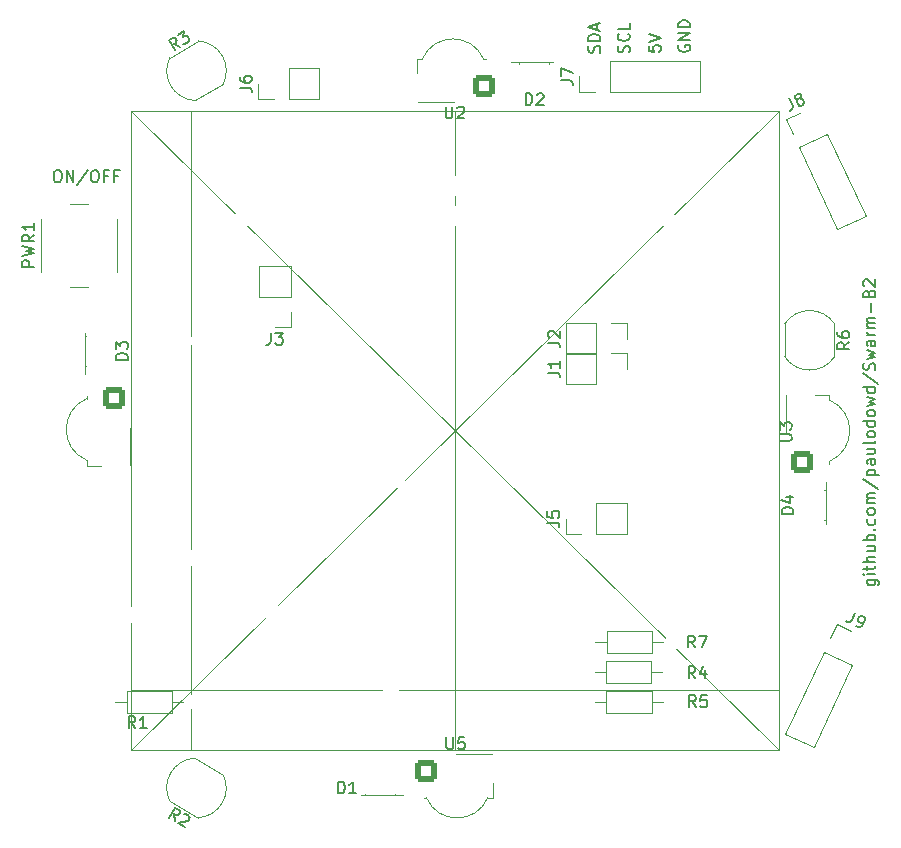
<source format=gbr>
G04 #@! TF.GenerationSoftware,KiCad,Pcbnew,7.0.11-7.0.11~ubuntu20.04.1*
G04 #@! TF.CreationDate,2024-03-27T14:10:52+00:00*
G04 #@! TF.ProjectId,Swarm-B_20230626,53776172-6d2d-4425-9f32-303233303632,rev?*
G04 #@! TF.SameCoordinates,Original*
G04 #@! TF.FileFunction,Legend,Top*
G04 #@! TF.FilePolarity,Positive*
%FSLAX46Y46*%
G04 Gerber Fmt 4.6, Leading zero omitted, Abs format (unit mm)*
G04 Created by KiCad (PCBNEW 7.0.11-7.0.11~ubuntu20.04.1) date 2024-03-27 14:10:52*
%MOMM*%
%LPD*%
G01*
G04 APERTURE LIST*
G04 Aperture macros list*
%AMRoundRect*
0 Rectangle with rounded corners*
0 $1 Rounding radius*
0 $2 $3 $4 $5 $6 $7 $8 $9 X,Y pos of 4 corners*
0 Add a 4 corners polygon primitive as box body*
4,1,4,$2,$3,$4,$5,$6,$7,$8,$9,$2,$3,0*
0 Add four circle primitives for the rounded corners*
1,1,$1+$1,$2,$3*
1,1,$1+$1,$4,$5*
1,1,$1+$1,$6,$7*
1,1,$1+$1,$8,$9*
0 Add four rect primitives between the rounded corners*
20,1,$1+$1,$2,$3,$4,$5,0*
20,1,$1+$1,$4,$5,$6,$7,0*
20,1,$1+$1,$6,$7,$8,$9,0*
20,1,$1+$1,$8,$9,$2,$3,0*%
%AMHorizOval*
0 Thick line with rounded ends*
0 $1 width*
0 $2 $3 position (X,Y) of the first rounded end (center of the circle)*
0 $4 $5 position (X,Y) of the second rounded end (center of the circle)*
0 Add line between two ends*
20,1,$1,$2,$3,$4,$5,0*
0 Add two circle primitives to create the rounded ends*
1,1,$1,$2,$3*
1,1,$1,$4,$5*%
%AMRotRect*
0 Rectangle, with rotation*
0 The origin of the aperture is its center*
0 $1 length*
0 $2 width*
0 $3 Rotation angle, in degrees counterclockwise*
0 Add horizontal line*
21,1,$1,$2,0,0,$3*%
G04 Aperture macros list end*
%ADD10C,0.120000*%
%ADD11C,0.150000*%
%ADD12R,1.800000X1.800000*%
%ADD13C,1.800000*%
%ADD14RoundRect,0.248400X-0.651600X0.651600X-0.651600X-0.651600X0.651600X-0.651600X0.651600X0.651600X0*%
%ADD15R,1.700000X1.700000*%
%ADD16O,1.700000X1.700000*%
%ADD17C,1.600000*%
%ADD18C,1.400000*%
%ADD19O,1.400000X1.400000*%
%ADD20C,2.000000*%
%ADD21RotRect,1.700000X1.700000X25.000000*%
%ADD22HorizOval,1.700000X0.000000X0.000000X0.000000X0.000000X0*%
%ADD23RoundRect,0.248400X-0.651600X-0.651600X0.651600X-0.651600X0.651600X0.651600X-0.651600X0.651600X0*%
%ADD24RotRect,1.700000X1.700000X335.000000*%
%ADD25HorizOval,1.700000X0.000000X0.000000X0.000000X0.000000X0*%
%ADD26RoundRect,0.248400X0.651600X-0.651600X0.651600X0.651600X-0.651600X0.651600X-0.651600X-0.651600X0*%
%ADD27RoundRect,0.248400X0.651600X0.651600X-0.651600X0.651600X-0.651600X-0.651600X0.651600X-0.651600X0*%
%ADD28RotRect,1.600000X1.600000X235.000000*%
%ADD29HorizOval,1.600000X0.000000X0.000000X0.000000X0.000000X0*%
%ADD30R,1.600000X1.600000*%
%ADD31O,1.600000X1.600000*%
%ADD32C,1.440000*%
G04 APERTURE END LIST*
D10*
X91440000Y-67310000D02*
X91440000Y-121412000D01*
X146304000Y-67310000D02*
X146304000Y-121412000D01*
X91440000Y-121412000D02*
X146304000Y-67310000D01*
X96520000Y-67310000D02*
X96520000Y-121412000D01*
X118872000Y-67310000D02*
X118872000Y-121412000D01*
X91440000Y-116332000D02*
X146304000Y-116332000D01*
X91440000Y-67310000D02*
X146304000Y-67310000D01*
X91440000Y-121412000D02*
X146304000Y-121412000D01*
X91440000Y-67310000D02*
X146304000Y-121412000D01*
D11*
X153742152Y-107026190D02*
X154551676Y-107026190D01*
X154551676Y-107026190D02*
X154646914Y-107073809D01*
X154646914Y-107073809D02*
X154694533Y-107121428D01*
X154694533Y-107121428D02*
X154742152Y-107216666D01*
X154742152Y-107216666D02*
X154742152Y-107359523D01*
X154742152Y-107359523D02*
X154694533Y-107454761D01*
X154361200Y-107026190D02*
X154408819Y-107121428D01*
X154408819Y-107121428D02*
X154408819Y-107311904D01*
X154408819Y-107311904D02*
X154361200Y-107407142D01*
X154361200Y-107407142D02*
X154313580Y-107454761D01*
X154313580Y-107454761D02*
X154218342Y-107502380D01*
X154218342Y-107502380D02*
X153932628Y-107502380D01*
X153932628Y-107502380D02*
X153837390Y-107454761D01*
X153837390Y-107454761D02*
X153789771Y-107407142D01*
X153789771Y-107407142D02*
X153742152Y-107311904D01*
X153742152Y-107311904D02*
X153742152Y-107121428D01*
X153742152Y-107121428D02*
X153789771Y-107026190D01*
X154408819Y-106549999D02*
X153742152Y-106549999D01*
X153408819Y-106549999D02*
X153456438Y-106597618D01*
X153456438Y-106597618D02*
X153504057Y-106549999D01*
X153504057Y-106549999D02*
X153456438Y-106502380D01*
X153456438Y-106502380D02*
X153408819Y-106549999D01*
X153408819Y-106549999D02*
X153504057Y-106549999D01*
X153742152Y-106216666D02*
X153742152Y-105835714D01*
X153408819Y-106073809D02*
X154265961Y-106073809D01*
X154265961Y-106073809D02*
X154361200Y-106026190D01*
X154361200Y-106026190D02*
X154408819Y-105930952D01*
X154408819Y-105930952D02*
X154408819Y-105835714D01*
X154408819Y-105502380D02*
X153408819Y-105502380D01*
X154408819Y-105073809D02*
X153885009Y-105073809D01*
X153885009Y-105073809D02*
X153789771Y-105121428D01*
X153789771Y-105121428D02*
X153742152Y-105216666D01*
X153742152Y-105216666D02*
X153742152Y-105359523D01*
X153742152Y-105359523D02*
X153789771Y-105454761D01*
X153789771Y-105454761D02*
X153837390Y-105502380D01*
X153742152Y-104169047D02*
X154408819Y-104169047D01*
X153742152Y-104597618D02*
X154265961Y-104597618D01*
X154265961Y-104597618D02*
X154361200Y-104549999D01*
X154361200Y-104549999D02*
X154408819Y-104454761D01*
X154408819Y-104454761D02*
X154408819Y-104311904D01*
X154408819Y-104311904D02*
X154361200Y-104216666D01*
X154361200Y-104216666D02*
X154313580Y-104169047D01*
X154408819Y-103692856D02*
X153408819Y-103692856D01*
X153789771Y-103692856D02*
X153742152Y-103597618D01*
X153742152Y-103597618D02*
X153742152Y-103407142D01*
X153742152Y-103407142D02*
X153789771Y-103311904D01*
X153789771Y-103311904D02*
X153837390Y-103264285D01*
X153837390Y-103264285D02*
X153932628Y-103216666D01*
X153932628Y-103216666D02*
X154218342Y-103216666D01*
X154218342Y-103216666D02*
X154313580Y-103264285D01*
X154313580Y-103264285D02*
X154361200Y-103311904D01*
X154361200Y-103311904D02*
X154408819Y-103407142D01*
X154408819Y-103407142D02*
X154408819Y-103597618D01*
X154408819Y-103597618D02*
X154361200Y-103692856D01*
X154313580Y-102788094D02*
X154361200Y-102740475D01*
X154361200Y-102740475D02*
X154408819Y-102788094D01*
X154408819Y-102788094D02*
X154361200Y-102835713D01*
X154361200Y-102835713D02*
X154313580Y-102788094D01*
X154313580Y-102788094D02*
X154408819Y-102788094D01*
X154361200Y-101883333D02*
X154408819Y-101978571D01*
X154408819Y-101978571D02*
X154408819Y-102169047D01*
X154408819Y-102169047D02*
X154361200Y-102264285D01*
X154361200Y-102264285D02*
X154313580Y-102311904D01*
X154313580Y-102311904D02*
X154218342Y-102359523D01*
X154218342Y-102359523D02*
X153932628Y-102359523D01*
X153932628Y-102359523D02*
X153837390Y-102311904D01*
X153837390Y-102311904D02*
X153789771Y-102264285D01*
X153789771Y-102264285D02*
X153742152Y-102169047D01*
X153742152Y-102169047D02*
X153742152Y-101978571D01*
X153742152Y-101978571D02*
X153789771Y-101883333D01*
X154408819Y-101311904D02*
X154361200Y-101407142D01*
X154361200Y-101407142D02*
X154313580Y-101454761D01*
X154313580Y-101454761D02*
X154218342Y-101502380D01*
X154218342Y-101502380D02*
X153932628Y-101502380D01*
X153932628Y-101502380D02*
X153837390Y-101454761D01*
X153837390Y-101454761D02*
X153789771Y-101407142D01*
X153789771Y-101407142D02*
X153742152Y-101311904D01*
X153742152Y-101311904D02*
X153742152Y-101169047D01*
X153742152Y-101169047D02*
X153789771Y-101073809D01*
X153789771Y-101073809D02*
X153837390Y-101026190D01*
X153837390Y-101026190D02*
X153932628Y-100978571D01*
X153932628Y-100978571D02*
X154218342Y-100978571D01*
X154218342Y-100978571D02*
X154313580Y-101026190D01*
X154313580Y-101026190D02*
X154361200Y-101073809D01*
X154361200Y-101073809D02*
X154408819Y-101169047D01*
X154408819Y-101169047D02*
X154408819Y-101311904D01*
X154408819Y-100549999D02*
X153742152Y-100549999D01*
X153837390Y-100549999D02*
X153789771Y-100502380D01*
X153789771Y-100502380D02*
X153742152Y-100407142D01*
X153742152Y-100407142D02*
X153742152Y-100264285D01*
X153742152Y-100264285D02*
X153789771Y-100169047D01*
X153789771Y-100169047D02*
X153885009Y-100121428D01*
X153885009Y-100121428D02*
X154408819Y-100121428D01*
X153885009Y-100121428D02*
X153789771Y-100073809D01*
X153789771Y-100073809D02*
X153742152Y-99978571D01*
X153742152Y-99978571D02*
X153742152Y-99835714D01*
X153742152Y-99835714D02*
X153789771Y-99740475D01*
X153789771Y-99740475D02*
X153885009Y-99692856D01*
X153885009Y-99692856D02*
X154408819Y-99692856D01*
X153361200Y-98502381D02*
X154646914Y-99359523D01*
X153742152Y-98169047D02*
X154742152Y-98169047D01*
X153789771Y-98169047D02*
X153742152Y-98073809D01*
X153742152Y-98073809D02*
X153742152Y-97883333D01*
X153742152Y-97883333D02*
X153789771Y-97788095D01*
X153789771Y-97788095D02*
X153837390Y-97740476D01*
X153837390Y-97740476D02*
X153932628Y-97692857D01*
X153932628Y-97692857D02*
X154218342Y-97692857D01*
X154218342Y-97692857D02*
X154313580Y-97740476D01*
X154313580Y-97740476D02*
X154361200Y-97788095D01*
X154361200Y-97788095D02*
X154408819Y-97883333D01*
X154408819Y-97883333D02*
X154408819Y-98073809D01*
X154408819Y-98073809D02*
X154361200Y-98169047D01*
X154408819Y-96835714D02*
X153885009Y-96835714D01*
X153885009Y-96835714D02*
X153789771Y-96883333D01*
X153789771Y-96883333D02*
X153742152Y-96978571D01*
X153742152Y-96978571D02*
X153742152Y-97169047D01*
X153742152Y-97169047D02*
X153789771Y-97264285D01*
X154361200Y-96835714D02*
X154408819Y-96930952D01*
X154408819Y-96930952D02*
X154408819Y-97169047D01*
X154408819Y-97169047D02*
X154361200Y-97264285D01*
X154361200Y-97264285D02*
X154265961Y-97311904D01*
X154265961Y-97311904D02*
X154170723Y-97311904D01*
X154170723Y-97311904D02*
X154075485Y-97264285D01*
X154075485Y-97264285D02*
X154027866Y-97169047D01*
X154027866Y-97169047D02*
X154027866Y-96930952D01*
X154027866Y-96930952D02*
X153980247Y-96835714D01*
X153742152Y-95930952D02*
X154408819Y-95930952D01*
X153742152Y-96359523D02*
X154265961Y-96359523D01*
X154265961Y-96359523D02*
X154361200Y-96311904D01*
X154361200Y-96311904D02*
X154408819Y-96216666D01*
X154408819Y-96216666D02*
X154408819Y-96073809D01*
X154408819Y-96073809D02*
X154361200Y-95978571D01*
X154361200Y-95978571D02*
X154313580Y-95930952D01*
X154408819Y-95311904D02*
X154361200Y-95407142D01*
X154361200Y-95407142D02*
X154265961Y-95454761D01*
X154265961Y-95454761D02*
X153408819Y-95454761D01*
X154408819Y-94788094D02*
X154361200Y-94883332D01*
X154361200Y-94883332D02*
X154313580Y-94930951D01*
X154313580Y-94930951D02*
X154218342Y-94978570D01*
X154218342Y-94978570D02*
X153932628Y-94978570D01*
X153932628Y-94978570D02*
X153837390Y-94930951D01*
X153837390Y-94930951D02*
X153789771Y-94883332D01*
X153789771Y-94883332D02*
X153742152Y-94788094D01*
X153742152Y-94788094D02*
X153742152Y-94645237D01*
X153742152Y-94645237D02*
X153789771Y-94549999D01*
X153789771Y-94549999D02*
X153837390Y-94502380D01*
X153837390Y-94502380D02*
X153932628Y-94454761D01*
X153932628Y-94454761D02*
X154218342Y-94454761D01*
X154218342Y-94454761D02*
X154313580Y-94502380D01*
X154313580Y-94502380D02*
X154361200Y-94549999D01*
X154361200Y-94549999D02*
X154408819Y-94645237D01*
X154408819Y-94645237D02*
X154408819Y-94788094D01*
X154408819Y-93597618D02*
X153408819Y-93597618D01*
X154361200Y-93597618D02*
X154408819Y-93692856D01*
X154408819Y-93692856D02*
X154408819Y-93883332D01*
X154408819Y-93883332D02*
X154361200Y-93978570D01*
X154361200Y-93978570D02*
X154313580Y-94026189D01*
X154313580Y-94026189D02*
X154218342Y-94073808D01*
X154218342Y-94073808D02*
X153932628Y-94073808D01*
X153932628Y-94073808D02*
X153837390Y-94026189D01*
X153837390Y-94026189D02*
X153789771Y-93978570D01*
X153789771Y-93978570D02*
X153742152Y-93883332D01*
X153742152Y-93883332D02*
X153742152Y-93692856D01*
X153742152Y-93692856D02*
X153789771Y-93597618D01*
X154408819Y-92978570D02*
X154361200Y-93073808D01*
X154361200Y-93073808D02*
X154313580Y-93121427D01*
X154313580Y-93121427D02*
X154218342Y-93169046D01*
X154218342Y-93169046D02*
X153932628Y-93169046D01*
X153932628Y-93169046D02*
X153837390Y-93121427D01*
X153837390Y-93121427D02*
X153789771Y-93073808D01*
X153789771Y-93073808D02*
X153742152Y-92978570D01*
X153742152Y-92978570D02*
X153742152Y-92835713D01*
X153742152Y-92835713D02*
X153789771Y-92740475D01*
X153789771Y-92740475D02*
X153837390Y-92692856D01*
X153837390Y-92692856D02*
X153932628Y-92645237D01*
X153932628Y-92645237D02*
X154218342Y-92645237D01*
X154218342Y-92645237D02*
X154313580Y-92692856D01*
X154313580Y-92692856D02*
X154361200Y-92740475D01*
X154361200Y-92740475D02*
X154408819Y-92835713D01*
X154408819Y-92835713D02*
X154408819Y-92978570D01*
X153742152Y-92311903D02*
X154408819Y-92121427D01*
X154408819Y-92121427D02*
X153932628Y-91930951D01*
X153932628Y-91930951D02*
X154408819Y-91740475D01*
X154408819Y-91740475D02*
X153742152Y-91549999D01*
X154408819Y-90740475D02*
X153408819Y-90740475D01*
X154361200Y-90740475D02*
X154408819Y-90835713D01*
X154408819Y-90835713D02*
X154408819Y-91026189D01*
X154408819Y-91026189D02*
X154361200Y-91121427D01*
X154361200Y-91121427D02*
X154313580Y-91169046D01*
X154313580Y-91169046D02*
X154218342Y-91216665D01*
X154218342Y-91216665D02*
X153932628Y-91216665D01*
X153932628Y-91216665D02*
X153837390Y-91169046D01*
X153837390Y-91169046D02*
X153789771Y-91121427D01*
X153789771Y-91121427D02*
X153742152Y-91026189D01*
X153742152Y-91026189D02*
X153742152Y-90835713D01*
X153742152Y-90835713D02*
X153789771Y-90740475D01*
X153361200Y-89549999D02*
X154646914Y-90407141D01*
X154361200Y-89264284D02*
X154408819Y-89121427D01*
X154408819Y-89121427D02*
X154408819Y-88883332D01*
X154408819Y-88883332D02*
X154361200Y-88788094D01*
X154361200Y-88788094D02*
X154313580Y-88740475D01*
X154313580Y-88740475D02*
X154218342Y-88692856D01*
X154218342Y-88692856D02*
X154123104Y-88692856D01*
X154123104Y-88692856D02*
X154027866Y-88740475D01*
X154027866Y-88740475D02*
X153980247Y-88788094D01*
X153980247Y-88788094D02*
X153932628Y-88883332D01*
X153932628Y-88883332D02*
X153885009Y-89073808D01*
X153885009Y-89073808D02*
X153837390Y-89169046D01*
X153837390Y-89169046D02*
X153789771Y-89216665D01*
X153789771Y-89216665D02*
X153694533Y-89264284D01*
X153694533Y-89264284D02*
X153599295Y-89264284D01*
X153599295Y-89264284D02*
X153504057Y-89216665D01*
X153504057Y-89216665D02*
X153456438Y-89169046D01*
X153456438Y-89169046D02*
X153408819Y-89073808D01*
X153408819Y-89073808D02*
X153408819Y-88835713D01*
X153408819Y-88835713D02*
X153456438Y-88692856D01*
X153742152Y-88359522D02*
X154408819Y-88169046D01*
X154408819Y-88169046D02*
X153932628Y-87978570D01*
X153932628Y-87978570D02*
X154408819Y-87788094D01*
X154408819Y-87788094D02*
X153742152Y-87597618D01*
X154408819Y-86788094D02*
X153885009Y-86788094D01*
X153885009Y-86788094D02*
X153789771Y-86835713D01*
X153789771Y-86835713D02*
X153742152Y-86930951D01*
X153742152Y-86930951D02*
X153742152Y-87121427D01*
X153742152Y-87121427D02*
X153789771Y-87216665D01*
X154361200Y-86788094D02*
X154408819Y-86883332D01*
X154408819Y-86883332D02*
X154408819Y-87121427D01*
X154408819Y-87121427D02*
X154361200Y-87216665D01*
X154361200Y-87216665D02*
X154265961Y-87264284D01*
X154265961Y-87264284D02*
X154170723Y-87264284D01*
X154170723Y-87264284D02*
X154075485Y-87216665D01*
X154075485Y-87216665D02*
X154027866Y-87121427D01*
X154027866Y-87121427D02*
X154027866Y-86883332D01*
X154027866Y-86883332D02*
X153980247Y-86788094D01*
X154408819Y-86311903D02*
X153742152Y-86311903D01*
X153932628Y-86311903D02*
X153837390Y-86264284D01*
X153837390Y-86264284D02*
X153789771Y-86216665D01*
X153789771Y-86216665D02*
X153742152Y-86121427D01*
X153742152Y-86121427D02*
X153742152Y-86026189D01*
X154408819Y-85692855D02*
X153742152Y-85692855D01*
X153837390Y-85692855D02*
X153789771Y-85645236D01*
X153789771Y-85645236D02*
X153742152Y-85549998D01*
X153742152Y-85549998D02*
X153742152Y-85407141D01*
X153742152Y-85407141D02*
X153789771Y-85311903D01*
X153789771Y-85311903D02*
X153885009Y-85264284D01*
X153885009Y-85264284D02*
X154408819Y-85264284D01*
X153885009Y-85264284D02*
X153789771Y-85216665D01*
X153789771Y-85216665D02*
X153742152Y-85121427D01*
X153742152Y-85121427D02*
X153742152Y-84978570D01*
X153742152Y-84978570D02*
X153789771Y-84883331D01*
X153789771Y-84883331D02*
X153885009Y-84835712D01*
X153885009Y-84835712D02*
X154408819Y-84835712D01*
X154027866Y-84359522D02*
X154027866Y-83597618D01*
X153885009Y-82788094D02*
X153932628Y-82645237D01*
X153932628Y-82645237D02*
X153980247Y-82597618D01*
X153980247Y-82597618D02*
X154075485Y-82549999D01*
X154075485Y-82549999D02*
X154218342Y-82549999D01*
X154218342Y-82549999D02*
X154313580Y-82597618D01*
X154313580Y-82597618D02*
X154361200Y-82645237D01*
X154361200Y-82645237D02*
X154408819Y-82740475D01*
X154408819Y-82740475D02*
X154408819Y-83121427D01*
X154408819Y-83121427D02*
X153408819Y-83121427D01*
X153408819Y-83121427D02*
X153408819Y-82788094D01*
X153408819Y-82788094D02*
X153456438Y-82692856D01*
X153456438Y-82692856D02*
X153504057Y-82645237D01*
X153504057Y-82645237D02*
X153599295Y-82597618D01*
X153599295Y-82597618D02*
X153694533Y-82597618D01*
X153694533Y-82597618D02*
X153789771Y-82645237D01*
X153789771Y-82645237D02*
X153837390Y-82692856D01*
X153837390Y-82692856D02*
X153885009Y-82788094D01*
X153885009Y-82788094D02*
X153885009Y-83121427D01*
X153504057Y-82169046D02*
X153456438Y-82121427D01*
X153456438Y-82121427D02*
X153408819Y-82026189D01*
X153408819Y-82026189D02*
X153408819Y-81788094D01*
X153408819Y-81788094D02*
X153456438Y-81692856D01*
X153456438Y-81692856D02*
X153504057Y-81645237D01*
X153504057Y-81645237D02*
X153599295Y-81597618D01*
X153599295Y-81597618D02*
X153694533Y-81597618D01*
X153694533Y-81597618D02*
X153837390Y-81645237D01*
X153837390Y-81645237D02*
X154408819Y-82216665D01*
X154408819Y-82216665D02*
X154408819Y-81597618D01*
X131076200Y-62385839D02*
X131123819Y-62242982D01*
X131123819Y-62242982D02*
X131123819Y-62004887D01*
X131123819Y-62004887D02*
X131076200Y-61909649D01*
X131076200Y-61909649D02*
X131028580Y-61862030D01*
X131028580Y-61862030D02*
X130933342Y-61814411D01*
X130933342Y-61814411D02*
X130838104Y-61814411D01*
X130838104Y-61814411D02*
X130742866Y-61862030D01*
X130742866Y-61862030D02*
X130695247Y-61909649D01*
X130695247Y-61909649D02*
X130647628Y-62004887D01*
X130647628Y-62004887D02*
X130600009Y-62195363D01*
X130600009Y-62195363D02*
X130552390Y-62290601D01*
X130552390Y-62290601D02*
X130504771Y-62338220D01*
X130504771Y-62338220D02*
X130409533Y-62385839D01*
X130409533Y-62385839D02*
X130314295Y-62385839D01*
X130314295Y-62385839D02*
X130219057Y-62338220D01*
X130219057Y-62338220D02*
X130171438Y-62290601D01*
X130171438Y-62290601D02*
X130123819Y-62195363D01*
X130123819Y-62195363D02*
X130123819Y-61957268D01*
X130123819Y-61957268D02*
X130171438Y-61814411D01*
X131123819Y-61385839D02*
X130123819Y-61385839D01*
X130123819Y-61385839D02*
X130123819Y-61147744D01*
X130123819Y-61147744D02*
X130171438Y-61004887D01*
X130171438Y-61004887D02*
X130266676Y-60909649D01*
X130266676Y-60909649D02*
X130361914Y-60862030D01*
X130361914Y-60862030D02*
X130552390Y-60814411D01*
X130552390Y-60814411D02*
X130695247Y-60814411D01*
X130695247Y-60814411D02*
X130885723Y-60862030D01*
X130885723Y-60862030D02*
X130980961Y-60909649D01*
X130980961Y-60909649D02*
X131076200Y-61004887D01*
X131076200Y-61004887D02*
X131123819Y-61147744D01*
X131123819Y-61147744D02*
X131123819Y-61385839D01*
X130838104Y-60433458D02*
X130838104Y-59957268D01*
X131123819Y-60528696D02*
X130123819Y-60195363D01*
X130123819Y-60195363D02*
X131123819Y-59862030D01*
X137796438Y-61764411D02*
X137748819Y-61859649D01*
X137748819Y-61859649D02*
X137748819Y-62002506D01*
X137748819Y-62002506D02*
X137796438Y-62145363D01*
X137796438Y-62145363D02*
X137891676Y-62240601D01*
X137891676Y-62240601D02*
X137986914Y-62288220D01*
X137986914Y-62288220D02*
X138177390Y-62335839D01*
X138177390Y-62335839D02*
X138320247Y-62335839D01*
X138320247Y-62335839D02*
X138510723Y-62288220D01*
X138510723Y-62288220D02*
X138605961Y-62240601D01*
X138605961Y-62240601D02*
X138701200Y-62145363D01*
X138701200Y-62145363D02*
X138748819Y-62002506D01*
X138748819Y-62002506D02*
X138748819Y-61907268D01*
X138748819Y-61907268D02*
X138701200Y-61764411D01*
X138701200Y-61764411D02*
X138653580Y-61716792D01*
X138653580Y-61716792D02*
X138320247Y-61716792D01*
X138320247Y-61716792D02*
X138320247Y-61907268D01*
X138748819Y-61288220D02*
X137748819Y-61288220D01*
X137748819Y-61288220D02*
X138748819Y-60716792D01*
X138748819Y-60716792D02*
X137748819Y-60716792D01*
X138748819Y-60240601D02*
X137748819Y-60240601D01*
X137748819Y-60240601D02*
X137748819Y-60002506D01*
X137748819Y-60002506D02*
X137796438Y-59859649D01*
X137796438Y-59859649D02*
X137891676Y-59764411D01*
X137891676Y-59764411D02*
X137986914Y-59716792D01*
X137986914Y-59716792D02*
X138177390Y-59669173D01*
X138177390Y-59669173D02*
X138320247Y-59669173D01*
X138320247Y-59669173D02*
X138510723Y-59716792D01*
X138510723Y-59716792D02*
X138605961Y-59764411D01*
X138605961Y-59764411D02*
X138701200Y-59859649D01*
X138701200Y-59859649D02*
X138748819Y-60002506D01*
X138748819Y-60002506D02*
X138748819Y-60240601D01*
X85106190Y-72352819D02*
X85296666Y-72352819D01*
X85296666Y-72352819D02*
X85391904Y-72400438D01*
X85391904Y-72400438D02*
X85487142Y-72495676D01*
X85487142Y-72495676D02*
X85534761Y-72686152D01*
X85534761Y-72686152D02*
X85534761Y-73019485D01*
X85534761Y-73019485D02*
X85487142Y-73209961D01*
X85487142Y-73209961D02*
X85391904Y-73305200D01*
X85391904Y-73305200D02*
X85296666Y-73352819D01*
X85296666Y-73352819D02*
X85106190Y-73352819D01*
X85106190Y-73352819D02*
X85010952Y-73305200D01*
X85010952Y-73305200D02*
X84915714Y-73209961D01*
X84915714Y-73209961D02*
X84868095Y-73019485D01*
X84868095Y-73019485D02*
X84868095Y-72686152D01*
X84868095Y-72686152D02*
X84915714Y-72495676D01*
X84915714Y-72495676D02*
X85010952Y-72400438D01*
X85010952Y-72400438D02*
X85106190Y-72352819D01*
X85963333Y-73352819D02*
X85963333Y-72352819D01*
X85963333Y-72352819D02*
X86534761Y-73352819D01*
X86534761Y-73352819D02*
X86534761Y-72352819D01*
X87725237Y-72305200D02*
X86868095Y-73590914D01*
X88249047Y-72352819D02*
X88439523Y-72352819D01*
X88439523Y-72352819D02*
X88534761Y-72400438D01*
X88534761Y-72400438D02*
X88629999Y-72495676D01*
X88629999Y-72495676D02*
X88677618Y-72686152D01*
X88677618Y-72686152D02*
X88677618Y-73019485D01*
X88677618Y-73019485D02*
X88629999Y-73209961D01*
X88629999Y-73209961D02*
X88534761Y-73305200D01*
X88534761Y-73305200D02*
X88439523Y-73352819D01*
X88439523Y-73352819D02*
X88249047Y-73352819D01*
X88249047Y-73352819D02*
X88153809Y-73305200D01*
X88153809Y-73305200D02*
X88058571Y-73209961D01*
X88058571Y-73209961D02*
X88010952Y-73019485D01*
X88010952Y-73019485D02*
X88010952Y-72686152D01*
X88010952Y-72686152D02*
X88058571Y-72495676D01*
X88058571Y-72495676D02*
X88153809Y-72400438D01*
X88153809Y-72400438D02*
X88249047Y-72352819D01*
X89439523Y-72829009D02*
X89106190Y-72829009D01*
X89106190Y-73352819D02*
X89106190Y-72352819D01*
X89106190Y-72352819D02*
X89582380Y-72352819D01*
X90296666Y-72829009D02*
X89963333Y-72829009D01*
X89963333Y-73352819D02*
X89963333Y-72352819D01*
X89963333Y-72352819D02*
X90439523Y-72352819D01*
X133576200Y-62360839D02*
X133623819Y-62217982D01*
X133623819Y-62217982D02*
X133623819Y-61979887D01*
X133623819Y-61979887D02*
X133576200Y-61884649D01*
X133576200Y-61884649D02*
X133528580Y-61837030D01*
X133528580Y-61837030D02*
X133433342Y-61789411D01*
X133433342Y-61789411D02*
X133338104Y-61789411D01*
X133338104Y-61789411D02*
X133242866Y-61837030D01*
X133242866Y-61837030D02*
X133195247Y-61884649D01*
X133195247Y-61884649D02*
X133147628Y-61979887D01*
X133147628Y-61979887D02*
X133100009Y-62170363D01*
X133100009Y-62170363D02*
X133052390Y-62265601D01*
X133052390Y-62265601D02*
X133004771Y-62313220D01*
X133004771Y-62313220D02*
X132909533Y-62360839D01*
X132909533Y-62360839D02*
X132814295Y-62360839D01*
X132814295Y-62360839D02*
X132719057Y-62313220D01*
X132719057Y-62313220D02*
X132671438Y-62265601D01*
X132671438Y-62265601D02*
X132623819Y-62170363D01*
X132623819Y-62170363D02*
X132623819Y-61932268D01*
X132623819Y-61932268D02*
X132671438Y-61789411D01*
X133528580Y-60789411D02*
X133576200Y-60837030D01*
X133576200Y-60837030D02*
X133623819Y-60979887D01*
X133623819Y-60979887D02*
X133623819Y-61075125D01*
X133623819Y-61075125D02*
X133576200Y-61217982D01*
X133576200Y-61217982D02*
X133480961Y-61313220D01*
X133480961Y-61313220D02*
X133385723Y-61360839D01*
X133385723Y-61360839D02*
X133195247Y-61408458D01*
X133195247Y-61408458D02*
X133052390Y-61408458D01*
X133052390Y-61408458D02*
X132861914Y-61360839D01*
X132861914Y-61360839D02*
X132766676Y-61313220D01*
X132766676Y-61313220D02*
X132671438Y-61217982D01*
X132671438Y-61217982D02*
X132623819Y-61075125D01*
X132623819Y-61075125D02*
X132623819Y-60979887D01*
X132623819Y-60979887D02*
X132671438Y-60837030D01*
X132671438Y-60837030D02*
X132719057Y-60789411D01*
X133623819Y-59884649D02*
X133623819Y-60360839D01*
X133623819Y-60360839D02*
X132623819Y-60360839D01*
X135248819Y-61812030D02*
X135248819Y-62288220D01*
X135248819Y-62288220D02*
X135725009Y-62335839D01*
X135725009Y-62335839D02*
X135677390Y-62288220D01*
X135677390Y-62288220D02*
X135629771Y-62192982D01*
X135629771Y-62192982D02*
X135629771Y-61954887D01*
X135629771Y-61954887D02*
X135677390Y-61859649D01*
X135677390Y-61859649D02*
X135725009Y-61812030D01*
X135725009Y-61812030D02*
X135820247Y-61764411D01*
X135820247Y-61764411D02*
X136058342Y-61764411D01*
X136058342Y-61764411D02*
X136153580Y-61812030D01*
X136153580Y-61812030D02*
X136201200Y-61859649D01*
X136201200Y-61859649D02*
X136248819Y-61954887D01*
X136248819Y-61954887D02*
X136248819Y-62192982D01*
X136248819Y-62192982D02*
X136201200Y-62288220D01*
X136201200Y-62288220D02*
X136153580Y-62335839D01*
X135248819Y-61478696D02*
X136248819Y-61145363D01*
X136248819Y-61145363D02*
X135248819Y-60812030D01*
X108944102Y-125106641D02*
X108944102Y-124106641D01*
X108944102Y-124106641D02*
X109182197Y-124106641D01*
X109182197Y-124106641D02*
X109325054Y-124154260D01*
X109325054Y-124154260D02*
X109420292Y-124249498D01*
X109420292Y-124249498D02*
X109467911Y-124344736D01*
X109467911Y-124344736D02*
X109515530Y-124535212D01*
X109515530Y-124535212D02*
X109515530Y-124678069D01*
X109515530Y-124678069D02*
X109467911Y-124868545D01*
X109467911Y-124868545D02*
X109420292Y-124963783D01*
X109420292Y-124963783D02*
X109325054Y-125059022D01*
X109325054Y-125059022D02*
X109182197Y-125106641D01*
X109182197Y-125106641D02*
X108944102Y-125106641D01*
X110467911Y-125106641D02*
X109896483Y-125106641D01*
X110182197Y-125106641D02*
X110182197Y-124106641D01*
X110182197Y-124106641D02*
X110086959Y-124249498D01*
X110086959Y-124249498D02*
X109991721Y-124344736D01*
X109991721Y-124344736D02*
X109896483Y-124392355D01*
X124825905Y-66842819D02*
X124825905Y-65842819D01*
X124825905Y-65842819D02*
X125064000Y-65842819D01*
X125064000Y-65842819D02*
X125206857Y-65890438D01*
X125206857Y-65890438D02*
X125302095Y-65985676D01*
X125302095Y-65985676D02*
X125349714Y-66080914D01*
X125349714Y-66080914D02*
X125397333Y-66271390D01*
X125397333Y-66271390D02*
X125397333Y-66414247D01*
X125397333Y-66414247D02*
X125349714Y-66604723D01*
X125349714Y-66604723D02*
X125302095Y-66699961D01*
X125302095Y-66699961D02*
X125206857Y-66795200D01*
X125206857Y-66795200D02*
X125064000Y-66842819D01*
X125064000Y-66842819D02*
X124825905Y-66842819D01*
X125778286Y-65938057D02*
X125825905Y-65890438D01*
X125825905Y-65890438D02*
X125921143Y-65842819D01*
X125921143Y-65842819D02*
X126159238Y-65842819D01*
X126159238Y-65842819D02*
X126254476Y-65890438D01*
X126254476Y-65890438D02*
X126302095Y-65938057D01*
X126302095Y-65938057D02*
X126349714Y-66033295D01*
X126349714Y-66033295D02*
X126349714Y-66128533D01*
X126349714Y-66128533D02*
X126302095Y-66271390D01*
X126302095Y-66271390D02*
X125730667Y-66842819D01*
X125730667Y-66842819D02*
X126349714Y-66842819D01*
X91128819Y-88406094D02*
X90128819Y-88406094D01*
X90128819Y-88406094D02*
X90128819Y-88167999D01*
X90128819Y-88167999D02*
X90176438Y-88025142D01*
X90176438Y-88025142D02*
X90271676Y-87929904D01*
X90271676Y-87929904D02*
X90366914Y-87882285D01*
X90366914Y-87882285D02*
X90557390Y-87834666D01*
X90557390Y-87834666D02*
X90700247Y-87834666D01*
X90700247Y-87834666D02*
X90890723Y-87882285D01*
X90890723Y-87882285D02*
X90985961Y-87929904D01*
X90985961Y-87929904D02*
X91081200Y-88025142D01*
X91081200Y-88025142D02*
X91128819Y-88167999D01*
X91128819Y-88167999D02*
X91128819Y-88406094D01*
X90128819Y-87501332D02*
X90128819Y-86882285D01*
X90128819Y-86882285D02*
X90509771Y-87215618D01*
X90509771Y-87215618D02*
X90509771Y-87072761D01*
X90509771Y-87072761D02*
X90557390Y-86977523D01*
X90557390Y-86977523D02*
X90605009Y-86929904D01*
X90605009Y-86929904D02*
X90700247Y-86882285D01*
X90700247Y-86882285D02*
X90938342Y-86882285D01*
X90938342Y-86882285D02*
X91033580Y-86929904D01*
X91033580Y-86929904D02*
X91081200Y-86977523D01*
X91081200Y-86977523D02*
X91128819Y-87072761D01*
X91128819Y-87072761D02*
X91128819Y-87358475D01*
X91128819Y-87358475D02*
X91081200Y-87453713D01*
X91081200Y-87453713D02*
X91033580Y-87501332D01*
X147498819Y-101456094D02*
X146498819Y-101456094D01*
X146498819Y-101456094D02*
X146498819Y-101217999D01*
X146498819Y-101217999D02*
X146546438Y-101075142D01*
X146546438Y-101075142D02*
X146641676Y-100979904D01*
X146641676Y-100979904D02*
X146736914Y-100932285D01*
X146736914Y-100932285D02*
X146927390Y-100884666D01*
X146927390Y-100884666D02*
X147070247Y-100884666D01*
X147070247Y-100884666D02*
X147260723Y-100932285D01*
X147260723Y-100932285D02*
X147355961Y-100979904D01*
X147355961Y-100979904D02*
X147451200Y-101075142D01*
X147451200Y-101075142D02*
X147498819Y-101217999D01*
X147498819Y-101217999D02*
X147498819Y-101456094D01*
X146832152Y-100027523D02*
X147498819Y-100027523D01*
X146451200Y-100265618D02*
X147165485Y-100503713D01*
X147165485Y-100503713D02*
X147165485Y-99884666D01*
X103260666Y-86112819D02*
X103260666Y-86827104D01*
X103260666Y-86827104D02*
X103213047Y-86969961D01*
X103213047Y-86969961D02*
X103117809Y-87065200D01*
X103117809Y-87065200D02*
X102974952Y-87112819D01*
X102974952Y-87112819D02*
X102879714Y-87112819D01*
X103641619Y-86112819D02*
X104260666Y-86112819D01*
X104260666Y-86112819D02*
X103927333Y-86493771D01*
X103927333Y-86493771D02*
X104070190Y-86493771D01*
X104070190Y-86493771D02*
X104165428Y-86541390D01*
X104165428Y-86541390D02*
X104213047Y-86589009D01*
X104213047Y-86589009D02*
X104260666Y-86684247D01*
X104260666Y-86684247D02*
X104260666Y-86922342D01*
X104260666Y-86922342D02*
X104213047Y-87017580D01*
X104213047Y-87017580D02*
X104165428Y-87065200D01*
X104165428Y-87065200D02*
X104070190Y-87112819D01*
X104070190Y-87112819D02*
X103784476Y-87112819D01*
X103784476Y-87112819D02*
X103689238Y-87065200D01*
X103689238Y-87065200D02*
X103641619Y-87017580D01*
X152218819Y-86914666D02*
X151742628Y-87247999D01*
X152218819Y-87486094D02*
X151218819Y-87486094D01*
X151218819Y-87486094D02*
X151218819Y-87105142D01*
X151218819Y-87105142D02*
X151266438Y-87009904D01*
X151266438Y-87009904D02*
X151314057Y-86962285D01*
X151314057Y-86962285D02*
X151409295Y-86914666D01*
X151409295Y-86914666D02*
X151552152Y-86914666D01*
X151552152Y-86914666D02*
X151647390Y-86962285D01*
X151647390Y-86962285D02*
X151695009Y-87009904D01*
X151695009Y-87009904D02*
X151742628Y-87105142D01*
X151742628Y-87105142D02*
X151742628Y-87486094D01*
X151218819Y-86057523D02*
X151218819Y-86247999D01*
X151218819Y-86247999D02*
X151266438Y-86343237D01*
X151266438Y-86343237D02*
X151314057Y-86390856D01*
X151314057Y-86390856D02*
X151456914Y-86486094D01*
X151456914Y-86486094D02*
X151647390Y-86533713D01*
X151647390Y-86533713D02*
X152028342Y-86533713D01*
X152028342Y-86533713D02*
X152123580Y-86486094D01*
X152123580Y-86486094D02*
X152171200Y-86438475D01*
X152171200Y-86438475D02*
X152218819Y-86343237D01*
X152218819Y-86343237D02*
X152218819Y-86152761D01*
X152218819Y-86152761D02*
X152171200Y-86057523D01*
X152171200Y-86057523D02*
X152123580Y-86009904D01*
X152123580Y-86009904D02*
X152028342Y-85962285D01*
X152028342Y-85962285D02*
X151790247Y-85962285D01*
X151790247Y-85962285D02*
X151695009Y-86009904D01*
X151695009Y-86009904D02*
X151647390Y-86057523D01*
X151647390Y-86057523D02*
X151599771Y-86152761D01*
X151599771Y-86152761D02*
X151599771Y-86343237D01*
X151599771Y-86343237D02*
X151647390Y-86438475D01*
X151647390Y-86438475D02*
X151695009Y-86486094D01*
X151695009Y-86486094D02*
X151790247Y-86533713D01*
X126664819Y-102187333D02*
X127379104Y-102187333D01*
X127379104Y-102187333D02*
X127521961Y-102234952D01*
X127521961Y-102234952D02*
X127617200Y-102330190D01*
X127617200Y-102330190D02*
X127664819Y-102473047D01*
X127664819Y-102473047D02*
X127664819Y-102568285D01*
X126664819Y-101234952D02*
X126664819Y-101711142D01*
X126664819Y-101711142D02*
X127141009Y-101758761D01*
X127141009Y-101758761D02*
X127093390Y-101711142D01*
X127093390Y-101711142D02*
X127045771Y-101615904D01*
X127045771Y-101615904D02*
X127045771Y-101377809D01*
X127045771Y-101377809D02*
X127093390Y-101282571D01*
X127093390Y-101282571D02*
X127141009Y-101234952D01*
X127141009Y-101234952D02*
X127236247Y-101187333D01*
X127236247Y-101187333D02*
X127474342Y-101187333D01*
X127474342Y-101187333D02*
X127569580Y-101234952D01*
X127569580Y-101234952D02*
X127617200Y-101282571D01*
X127617200Y-101282571D02*
X127664819Y-101377809D01*
X127664819Y-101377809D02*
X127664819Y-101615904D01*
X127664819Y-101615904D02*
X127617200Y-101711142D01*
X127617200Y-101711142D02*
X127569580Y-101758761D01*
X126708819Y-86947333D02*
X127423104Y-86947333D01*
X127423104Y-86947333D02*
X127565961Y-86994952D01*
X127565961Y-86994952D02*
X127661200Y-87090190D01*
X127661200Y-87090190D02*
X127708819Y-87233047D01*
X127708819Y-87233047D02*
X127708819Y-87328285D01*
X126804057Y-86518761D02*
X126756438Y-86471142D01*
X126756438Y-86471142D02*
X126708819Y-86375904D01*
X126708819Y-86375904D02*
X126708819Y-86137809D01*
X126708819Y-86137809D02*
X126756438Y-86042571D01*
X126756438Y-86042571D02*
X126804057Y-85994952D01*
X126804057Y-85994952D02*
X126899295Y-85947333D01*
X126899295Y-85947333D02*
X126994533Y-85947333D01*
X126994533Y-85947333D02*
X127137390Y-85994952D01*
X127137390Y-85994952D02*
X127708819Y-86566380D01*
X127708819Y-86566380D02*
X127708819Y-85947333D01*
X126708819Y-89487333D02*
X127423104Y-89487333D01*
X127423104Y-89487333D02*
X127565961Y-89534952D01*
X127565961Y-89534952D02*
X127661200Y-89630190D01*
X127661200Y-89630190D02*
X127708819Y-89773047D01*
X127708819Y-89773047D02*
X127708819Y-89868285D01*
X127708819Y-88487333D02*
X127708819Y-89058761D01*
X127708819Y-88773047D02*
X126708819Y-88773047D01*
X126708819Y-88773047D02*
X126851676Y-88868285D01*
X126851676Y-88868285D02*
X126946914Y-88963523D01*
X126946914Y-88963523D02*
X126994533Y-89058761D01*
X91781333Y-119580819D02*
X91448000Y-119104628D01*
X91209905Y-119580819D02*
X91209905Y-118580819D01*
X91209905Y-118580819D02*
X91590857Y-118580819D01*
X91590857Y-118580819D02*
X91686095Y-118628438D01*
X91686095Y-118628438D02*
X91733714Y-118676057D01*
X91733714Y-118676057D02*
X91781333Y-118771295D01*
X91781333Y-118771295D02*
X91781333Y-118914152D01*
X91781333Y-118914152D02*
X91733714Y-119009390D01*
X91733714Y-119009390D02*
X91686095Y-119057009D01*
X91686095Y-119057009D02*
X91590857Y-119104628D01*
X91590857Y-119104628D02*
X91209905Y-119104628D01*
X92733714Y-119580819D02*
X92162286Y-119580819D01*
X92448000Y-119580819D02*
X92448000Y-118580819D01*
X92448000Y-118580819D02*
X92352762Y-118723676D01*
X92352762Y-118723676D02*
X92257524Y-118818914D01*
X92257524Y-118818914D02*
X92162286Y-118866533D01*
X139237333Y-117802819D02*
X138904000Y-117326628D01*
X138665905Y-117802819D02*
X138665905Y-116802819D01*
X138665905Y-116802819D02*
X139046857Y-116802819D01*
X139046857Y-116802819D02*
X139142095Y-116850438D01*
X139142095Y-116850438D02*
X139189714Y-116898057D01*
X139189714Y-116898057D02*
X139237333Y-116993295D01*
X139237333Y-116993295D02*
X139237333Y-117136152D01*
X139237333Y-117136152D02*
X139189714Y-117231390D01*
X139189714Y-117231390D02*
X139142095Y-117279009D01*
X139142095Y-117279009D02*
X139046857Y-117326628D01*
X139046857Y-117326628D02*
X138665905Y-117326628D01*
X140142095Y-116802819D02*
X139665905Y-116802819D01*
X139665905Y-116802819D02*
X139618286Y-117279009D01*
X139618286Y-117279009D02*
X139665905Y-117231390D01*
X139665905Y-117231390D02*
X139761143Y-117183771D01*
X139761143Y-117183771D02*
X139999238Y-117183771D01*
X139999238Y-117183771D02*
X140094476Y-117231390D01*
X140094476Y-117231390D02*
X140142095Y-117279009D01*
X140142095Y-117279009D02*
X140189714Y-117374247D01*
X140189714Y-117374247D02*
X140189714Y-117612342D01*
X140189714Y-117612342D02*
X140142095Y-117707580D01*
X140142095Y-117707580D02*
X140094476Y-117755200D01*
X140094476Y-117755200D02*
X139999238Y-117802819D01*
X139999238Y-117802819D02*
X139761143Y-117802819D01*
X139761143Y-117802819D02*
X139665905Y-117755200D01*
X139665905Y-117755200D02*
X139618286Y-117707580D01*
X100616819Y-65357333D02*
X101331104Y-65357333D01*
X101331104Y-65357333D02*
X101473961Y-65404952D01*
X101473961Y-65404952D02*
X101569200Y-65500190D01*
X101569200Y-65500190D02*
X101616819Y-65643047D01*
X101616819Y-65643047D02*
X101616819Y-65738285D01*
X100616819Y-64452571D02*
X100616819Y-64643047D01*
X100616819Y-64643047D02*
X100664438Y-64738285D01*
X100664438Y-64738285D02*
X100712057Y-64785904D01*
X100712057Y-64785904D02*
X100854914Y-64881142D01*
X100854914Y-64881142D02*
X101045390Y-64928761D01*
X101045390Y-64928761D02*
X101426342Y-64928761D01*
X101426342Y-64928761D02*
X101521580Y-64881142D01*
X101521580Y-64881142D02*
X101569200Y-64833523D01*
X101569200Y-64833523D02*
X101616819Y-64738285D01*
X101616819Y-64738285D02*
X101616819Y-64547809D01*
X101616819Y-64547809D02*
X101569200Y-64452571D01*
X101569200Y-64452571D02*
X101521580Y-64404952D01*
X101521580Y-64404952D02*
X101426342Y-64357333D01*
X101426342Y-64357333D02*
X101188247Y-64357333D01*
X101188247Y-64357333D02*
X101093009Y-64404952D01*
X101093009Y-64404952D02*
X101045390Y-64452571D01*
X101045390Y-64452571D02*
X100997771Y-64547809D01*
X100997771Y-64547809D02*
X100997771Y-64738285D01*
X100997771Y-64738285D02*
X101045390Y-64833523D01*
X101045390Y-64833523D02*
X101093009Y-64881142D01*
X101093009Y-64881142D02*
X101188247Y-64928761D01*
X83208819Y-80517523D02*
X82208819Y-80517523D01*
X82208819Y-80517523D02*
X82208819Y-80136571D01*
X82208819Y-80136571D02*
X82256438Y-80041333D01*
X82256438Y-80041333D02*
X82304057Y-79993714D01*
X82304057Y-79993714D02*
X82399295Y-79946095D01*
X82399295Y-79946095D02*
X82542152Y-79946095D01*
X82542152Y-79946095D02*
X82637390Y-79993714D01*
X82637390Y-79993714D02*
X82685009Y-80041333D01*
X82685009Y-80041333D02*
X82732628Y-80136571D01*
X82732628Y-80136571D02*
X82732628Y-80517523D01*
X82208819Y-79612761D02*
X83208819Y-79374666D01*
X83208819Y-79374666D02*
X82494533Y-79184190D01*
X82494533Y-79184190D02*
X83208819Y-78993714D01*
X83208819Y-78993714D02*
X82208819Y-78755619D01*
X83208819Y-77803238D02*
X82732628Y-78136571D01*
X83208819Y-78374666D02*
X82208819Y-78374666D01*
X82208819Y-78374666D02*
X82208819Y-77993714D01*
X82208819Y-77993714D02*
X82256438Y-77898476D01*
X82256438Y-77898476D02*
X82304057Y-77850857D01*
X82304057Y-77850857D02*
X82399295Y-77803238D01*
X82399295Y-77803238D02*
X82542152Y-77803238D01*
X82542152Y-77803238D02*
X82637390Y-77850857D01*
X82637390Y-77850857D02*
X82685009Y-77898476D01*
X82685009Y-77898476D02*
X82732628Y-77993714D01*
X82732628Y-77993714D02*
X82732628Y-78374666D01*
X83208819Y-76850857D02*
X83208819Y-77422285D01*
X83208819Y-77136571D02*
X82208819Y-77136571D01*
X82208819Y-77136571D02*
X82351676Y-77231809D01*
X82351676Y-77231809D02*
X82446914Y-77327047D01*
X82446914Y-77327047D02*
X82494533Y-77422285D01*
X95587110Y-61890743D02*
X95060339Y-61645017D01*
X95092238Y-62176458D02*
X94592238Y-61310432D01*
X94592238Y-61310432D02*
X94922153Y-61119956D01*
X94922153Y-61119956D02*
X95028441Y-61113576D01*
X95028441Y-61113576D02*
X95093490Y-61131006D01*
X95093490Y-61131006D02*
X95182348Y-61189675D01*
X95182348Y-61189675D02*
X95253777Y-61313393D01*
X95253777Y-61313393D02*
X95260156Y-61419681D01*
X95260156Y-61419681D02*
X95242726Y-61484730D01*
X95242726Y-61484730D02*
X95184057Y-61573588D01*
X95184057Y-61573588D02*
X94854143Y-61764065D01*
X95375785Y-60858051D02*
X95911896Y-60548528D01*
X95911896Y-60548528D02*
X95813697Y-61045109D01*
X95813697Y-61045109D02*
X95937415Y-60973680D01*
X95937415Y-60973680D02*
X96043703Y-60967300D01*
X96043703Y-60967300D02*
X96108752Y-60984730D01*
X96108752Y-60984730D02*
X96197610Y-61043399D01*
X96197610Y-61043399D02*
X96316658Y-61249596D01*
X96316658Y-61249596D02*
X96323038Y-61355884D01*
X96323038Y-61355884D02*
X96305608Y-61420933D01*
X96305608Y-61420933D02*
X96246939Y-61509791D01*
X96246939Y-61509791D02*
X95999503Y-61652648D01*
X95999503Y-61652648D02*
X95893215Y-61659028D01*
X95893215Y-61659028D02*
X95828166Y-61641598D01*
X127798819Y-64733333D02*
X128513104Y-64733333D01*
X128513104Y-64733333D02*
X128655961Y-64780952D01*
X128655961Y-64780952D02*
X128751200Y-64876190D01*
X128751200Y-64876190D02*
X128798819Y-65019047D01*
X128798819Y-65019047D02*
X128798819Y-65114285D01*
X127798819Y-64352380D02*
X127798819Y-63685714D01*
X127798819Y-63685714D02*
X128798819Y-64114285D01*
X139162333Y-112752819D02*
X138829000Y-112276628D01*
X138590905Y-112752819D02*
X138590905Y-111752819D01*
X138590905Y-111752819D02*
X138971857Y-111752819D01*
X138971857Y-111752819D02*
X139067095Y-111800438D01*
X139067095Y-111800438D02*
X139114714Y-111848057D01*
X139114714Y-111848057D02*
X139162333Y-111943295D01*
X139162333Y-111943295D02*
X139162333Y-112086152D01*
X139162333Y-112086152D02*
X139114714Y-112181390D01*
X139114714Y-112181390D02*
X139067095Y-112229009D01*
X139067095Y-112229009D02*
X138971857Y-112276628D01*
X138971857Y-112276628D02*
X138590905Y-112276628D01*
X139495667Y-111752819D02*
X140162333Y-111752819D01*
X140162333Y-111752819D02*
X139733762Y-112752819D01*
X95126415Y-127471825D02*
X95075835Y-126892766D01*
X94631543Y-127186111D02*
X95131543Y-126320086D01*
X95131543Y-126320086D02*
X95461458Y-126510562D01*
X95461458Y-126510562D02*
X95520127Y-126599420D01*
X95520127Y-126599420D02*
X95537556Y-126664469D01*
X95537556Y-126664469D02*
X95531177Y-126770757D01*
X95531177Y-126770757D02*
X95459748Y-126894475D01*
X95459748Y-126894475D02*
X95370890Y-126953144D01*
X95370890Y-126953144D02*
X95305841Y-126970574D01*
X95305841Y-126970574D02*
X95199553Y-126964194D01*
X95199553Y-126964194D02*
X94869638Y-126773718D01*
X95908710Y-126878755D02*
X95973759Y-126861325D01*
X95973759Y-126861325D02*
X96080047Y-126867705D01*
X96080047Y-126867705D02*
X96286244Y-126986752D01*
X96286244Y-126986752D02*
X96344913Y-127075611D01*
X96344913Y-127075611D02*
X96362343Y-127140659D01*
X96362343Y-127140659D02*
X96355963Y-127246948D01*
X96355963Y-127246948D02*
X96308344Y-127329426D01*
X96308344Y-127329426D02*
X96195676Y-127429335D01*
X96195676Y-127429335D02*
X95415090Y-127638492D01*
X95415090Y-127638492D02*
X95951201Y-127948016D01*
X139187333Y-115352819D02*
X138854000Y-114876628D01*
X138615905Y-115352819D02*
X138615905Y-114352819D01*
X138615905Y-114352819D02*
X138996857Y-114352819D01*
X138996857Y-114352819D02*
X139092095Y-114400438D01*
X139092095Y-114400438D02*
X139139714Y-114448057D01*
X139139714Y-114448057D02*
X139187333Y-114543295D01*
X139187333Y-114543295D02*
X139187333Y-114686152D01*
X139187333Y-114686152D02*
X139139714Y-114781390D01*
X139139714Y-114781390D02*
X139092095Y-114829009D01*
X139092095Y-114829009D02*
X138996857Y-114876628D01*
X138996857Y-114876628D02*
X138615905Y-114876628D01*
X140044476Y-114686152D02*
X140044476Y-115352819D01*
X139806381Y-114305200D02*
X139568286Y-115019485D01*
X139568286Y-115019485D02*
X140187333Y-115019485D01*
X147116392Y-66228974D02*
X147418263Y-66876336D01*
X147418263Y-66876336D02*
X147435479Y-67025933D01*
X147435479Y-67025933D02*
X147389413Y-67152498D01*
X147389413Y-67152498D02*
X147280066Y-67256029D01*
X147280066Y-67256029D02*
X147193751Y-67296279D01*
X147858562Y-66355770D02*
X147752123Y-66352862D01*
X147752123Y-66352862D02*
X147688840Y-66329829D01*
X147688840Y-66329829D02*
X147605434Y-66263639D01*
X147605434Y-66263639D02*
X147585309Y-66220481D01*
X147585309Y-66220481D02*
X147588217Y-66114042D01*
X147588217Y-66114042D02*
X147611250Y-66050760D01*
X147611250Y-66050760D02*
X147677440Y-65967353D01*
X147677440Y-65967353D02*
X147850070Y-65886854D01*
X147850070Y-65886854D02*
X147956510Y-65889762D01*
X147956510Y-65889762D02*
X148019792Y-65912795D01*
X148019792Y-65912795D02*
X148103199Y-65978985D01*
X148103199Y-65978985D02*
X148123324Y-66022143D01*
X148123324Y-66022143D02*
X148120416Y-66128582D01*
X148120416Y-66128582D02*
X148097383Y-66191865D01*
X148097383Y-66191865D02*
X148031192Y-66275272D01*
X148031192Y-66275272D02*
X147858562Y-66355770D01*
X147858562Y-66355770D02*
X147792372Y-66439177D01*
X147792372Y-66439177D02*
X147769339Y-66502459D01*
X147769339Y-66502459D02*
X147766431Y-66608899D01*
X147766431Y-66608899D02*
X147846930Y-66781529D01*
X147846930Y-66781529D02*
X147930337Y-66847719D01*
X147930337Y-66847719D02*
X147993619Y-66870752D01*
X147993619Y-66870752D02*
X148100059Y-66873660D01*
X148100059Y-66873660D02*
X148272689Y-66793162D01*
X148272689Y-66793162D02*
X148338879Y-66709755D01*
X148338879Y-66709755D02*
X148361912Y-66646473D01*
X148361912Y-66646473D02*
X148364820Y-66540033D01*
X148364820Y-66540033D02*
X148284321Y-66367403D01*
X148284321Y-66367403D02*
X148200914Y-66301213D01*
X148200914Y-66301213D02*
X148137632Y-66278180D01*
X148137632Y-66278180D02*
X148031192Y-66275272D01*
X118112095Y-120377819D02*
X118112095Y-121187342D01*
X118112095Y-121187342D02*
X118159714Y-121282580D01*
X118159714Y-121282580D02*
X118207333Y-121330200D01*
X118207333Y-121330200D02*
X118302571Y-121377819D01*
X118302571Y-121377819D02*
X118493047Y-121377819D01*
X118493047Y-121377819D02*
X118588285Y-121330200D01*
X118588285Y-121330200D02*
X118635904Y-121282580D01*
X118635904Y-121282580D02*
X118683523Y-121187342D01*
X118683523Y-121187342D02*
X118683523Y-120377819D01*
X119635904Y-120377819D02*
X119159714Y-120377819D01*
X119159714Y-120377819D02*
X119112095Y-120854009D01*
X119112095Y-120854009D02*
X119159714Y-120806390D01*
X119159714Y-120806390D02*
X119254952Y-120758771D01*
X119254952Y-120758771D02*
X119493047Y-120758771D01*
X119493047Y-120758771D02*
X119588285Y-120806390D01*
X119588285Y-120806390D02*
X119635904Y-120854009D01*
X119635904Y-120854009D02*
X119683523Y-120949247D01*
X119683523Y-120949247D02*
X119683523Y-121187342D01*
X119683523Y-121187342D02*
X119635904Y-121282580D01*
X119635904Y-121282580D02*
X119588285Y-121330200D01*
X119588285Y-121330200D02*
X119493047Y-121377819D01*
X119493047Y-121377819D02*
X119254952Y-121377819D01*
X119254952Y-121377819D02*
X119159714Y-121330200D01*
X119159714Y-121330200D02*
X119112095Y-121282580D01*
X152717001Y-109803328D02*
X152415131Y-110450691D01*
X152415131Y-110450691D02*
X152311599Y-110560039D01*
X152311599Y-110560039D02*
X152185035Y-110606104D01*
X152185035Y-110606104D02*
X152035438Y-110588888D01*
X152035438Y-110588888D02*
X151949123Y-110548638D01*
X152769116Y-110931007D02*
X152941746Y-111011506D01*
X152941746Y-111011506D02*
X153048186Y-111008598D01*
X153048186Y-111008598D02*
X153111468Y-110985565D01*
X153111468Y-110985565D02*
X153258157Y-110896342D01*
X153258157Y-110896342D02*
X153381813Y-110743836D01*
X153381813Y-110743836D02*
X153542810Y-110398576D01*
X153542810Y-110398576D02*
X153539902Y-110292137D01*
X153539902Y-110292137D02*
X153516869Y-110228854D01*
X153516869Y-110228854D02*
X153450679Y-110145448D01*
X153450679Y-110145448D02*
X153278049Y-110064949D01*
X153278049Y-110064949D02*
X153171609Y-110067857D01*
X153171609Y-110067857D02*
X153108327Y-110090890D01*
X153108327Y-110090890D02*
X153024920Y-110157080D01*
X153024920Y-110157080D02*
X152924297Y-110372868D01*
X152924297Y-110372868D02*
X152927205Y-110479307D01*
X152927205Y-110479307D02*
X152950238Y-110542590D01*
X152950238Y-110542590D02*
X153016428Y-110625997D01*
X153016428Y-110625997D02*
X153189058Y-110706495D01*
X153189058Y-110706495D02*
X153295498Y-110703587D01*
X153295498Y-110703587D02*
X153358780Y-110680554D01*
X153358780Y-110680554D02*
X153442187Y-110614364D01*
X146333819Y-95261904D02*
X147143342Y-95261904D01*
X147143342Y-95261904D02*
X147238580Y-95214285D01*
X147238580Y-95214285D02*
X147286200Y-95166666D01*
X147286200Y-95166666D02*
X147333819Y-95071428D01*
X147333819Y-95071428D02*
X147333819Y-94880952D01*
X147333819Y-94880952D02*
X147286200Y-94785714D01*
X147286200Y-94785714D02*
X147238580Y-94738095D01*
X147238580Y-94738095D02*
X147143342Y-94690476D01*
X147143342Y-94690476D02*
X146333819Y-94690476D01*
X146333819Y-94309523D02*
X146333819Y-93690476D01*
X146333819Y-93690476D02*
X146714771Y-94023809D01*
X146714771Y-94023809D02*
X146714771Y-93880952D01*
X146714771Y-93880952D02*
X146762390Y-93785714D01*
X146762390Y-93785714D02*
X146810009Y-93738095D01*
X146810009Y-93738095D02*
X146905247Y-93690476D01*
X146905247Y-93690476D02*
X147143342Y-93690476D01*
X147143342Y-93690476D02*
X147238580Y-93738095D01*
X147238580Y-93738095D02*
X147286200Y-93785714D01*
X147286200Y-93785714D02*
X147333819Y-93880952D01*
X147333819Y-93880952D02*
X147333819Y-94166666D01*
X147333819Y-94166666D02*
X147286200Y-94261904D01*
X147286200Y-94261904D02*
X147238580Y-94309523D01*
X118042095Y-66954819D02*
X118042095Y-67764342D01*
X118042095Y-67764342D02*
X118089714Y-67859580D01*
X118089714Y-67859580D02*
X118137333Y-67907200D01*
X118137333Y-67907200D02*
X118232571Y-67954819D01*
X118232571Y-67954819D02*
X118423047Y-67954819D01*
X118423047Y-67954819D02*
X118518285Y-67907200D01*
X118518285Y-67907200D02*
X118565904Y-67859580D01*
X118565904Y-67859580D02*
X118613523Y-67764342D01*
X118613523Y-67764342D02*
X118613523Y-66954819D01*
X119042095Y-67050057D02*
X119089714Y-67002438D01*
X119089714Y-67002438D02*
X119184952Y-66954819D01*
X119184952Y-66954819D02*
X119423047Y-66954819D01*
X119423047Y-66954819D02*
X119518285Y-67002438D01*
X119518285Y-67002438D02*
X119565904Y-67050057D01*
X119565904Y-67050057D02*
X119613523Y-67145295D01*
X119613523Y-67145295D02*
X119613523Y-67240533D01*
X119613523Y-67240533D02*
X119565904Y-67383390D01*
X119565904Y-67383390D02*
X118994476Y-67954819D01*
X118994476Y-67954819D02*
X119613523Y-67954819D01*
D10*
X110914000Y-125288000D02*
X114034000Y-125288000D01*
X111204000Y-125158000D02*
X111204000Y-125158000D01*
X111204000Y-125158000D02*
X111204000Y-125288000D01*
X111204000Y-125288000D02*
X111204000Y-125158000D01*
X111204000Y-125288000D02*
X111204000Y-125288000D01*
X113744000Y-125158000D02*
X113744000Y-125158000D01*
X113744000Y-125158000D02*
X113744000Y-125288000D01*
X113744000Y-125288000D02*
X113744000Y-125158000D01*
X113744000Y-125288000D02*
X113744000Y-125288000D01*
X114034000Y-125288000D02*
X114434000Y-125288000D01*
X127124000Y-63218000D02*
X124004000Y-63218000D01*
X126834000Y-63348000D02*
X126834000Y-63348000D01*
X126834000Y-63348000D02*
X126834000Y-63218000D01*
X126834000Y-63218000D02*
X126834000Y-63348000D01*
X126834000Y-63218000D02*
X126834000Y-63218000D01*
X124294000Y-63348000D02*
X124294000Y-63348000D01*
X124294000Y-63348000D02*
X124294000Y-63218000D01*
X124294000Y-63218000D02*
X124294000Y-63348000D01*
X124294000Y-63218000D02*
X124294000Y-63218000D01*
X124004000Y-63218000D02*
X123604000Y-63218000D01*
X87504000Y-86108000D02*
X87504000Y-89228000D01*
X87634000Y-86398000D02*
X87634000Y-86398000D01*
X87634000Y-86398000D02*
X87504000Y-86398000D01*
X87504000Y-86398000D02*
X87634000Y-86398000D01*
X87504000Y-86398000D02*
X87504000Y-86398000D01*
X87634000Y-88938000D02*
X87634000Y-88938000D01*
X87634000Y-88938000D02*
X87504000Y-88938000D01*
X87504000Y-88938000D02*
X87634000Y-88938000D01*
X87504000Y-88938000D02*
X87504000Y-88938000D01*
X87504000Y-89228000D02*
X87504000Y-89628000D01*
X150214000Y-102278000D02*
X150214000Y-99158000D01*
X150084000Y-101988000D02*
X150084000Y-101988000D01*
X150084000Y-101988000D02*
X150214000Y-101988000D01*
X150214000Y-101988000D02*
X150084000Y-101988000D01*
X150214000Y-101988000D02*
X150214000Y-101988000D01*
X150084000Y-99448000D02*
X150084000Y-99448000D01*
X150084000Y-99448000D02*
X150214000Y-99448000D01*
X150214000Y-99448000D02*
X150084000Y-99448000D01*
X150214000Y-99448000D02*
X150214000Y-99448000D01*
X150214000Y-99158000D02*
X150214000Y-98758000D01*
X87644000Y-91698000D02*
X87644000Y-91478000D01*
X91304000Y-97278000D02*
X91304000Y-94198000D01*
X87644000Y-97358000D02*
X87644000Y-96898000D01*
X87644000Y-97358000D02*
X88844000Y-97358000D01*
X87644000Y-91698001D02*
G75*
G03*
X87644000Y-96897999I1100000J-2599999D01*
G01*
X104924000Y-85658000D02*
X103594000Y-85658000D01*
X104924000Y-84328000D02*
X104924000Y-85658000D01*
X104924000Y-83058000D02*
X104924000Y-80458000D01*
X104924000Y-83058000D02*
X102264000Y-83058000D01*
X104924000Y-80458000D02*
X102264000Y-80458000D01*
X102264000Y-83058000D02*
X102264000Y-80458000D01*
X150964000Y-85348000D02*
X150964000Y-88148000D01*
X146764000Y-85348000D02*
X146764000Y-88148000D01*
X150973241Y-85361964D02*
G75*
G03*
X146764001Y-85348000I-2109241J-1386036D01*
G01*
X146754759Y-88134036D02*
G75*
G03*
X150963999Y-88148000I2109241J1386036D01*
G01*
X128210000Y-103184000D02*
X128210000Y-101854000D01*
X129540000Y-103184000D02*
X128210000Y-103184000D01*
X130810000Y-103184000D02*
X133410000Y-103184000D01*
X130810000Y-103184000D02*
X130810000Y-100524000D01*
X133410000Y-103184000D02*
X133410000Y-100524000D01*
X130810000Y-100524000D02*
X133410000Y-100524000D01*
X133410000Y-85284000D02*
X133410000Y-86614000D01*
X132080000Y-85284000D02*
X133410000Y-85284000D01*
X130810000Y-85284000D02*
X128210000Y-85284000D01*
X130810000Y-85284000D02*
X130810000Y-87944000D01*
X128210000Y-85284000D02*
X128210000Y-87944000D01*
X130810000Y-87944000D02*
X128210000Y-87944000D01*
X133410000Y-87824000D02*
X133410000Y-89154000D01*
X132080000Y-87824000D02*
X133410000Y-87824000D01*
X130810000Y-87824000D02*
X128210000Y-87824000D01*
X130810000Y-87824000D02*
X130810000Y-90484000D01*
X128210000Y-87824000D02*
X128210000Y-90484000D01*
X130810000Y-90484000D02*
X128210000Y-90484000D01*
X95834000Y-117348000D02*
X94884000Y-117348000D01*
X94884000Y-118268000D02*
X94884000Y-116428000D01*
X94884000Y-116428000D02*
X91044000Y-116428000D01*
X91044000Y-118268000D02*
X94884000Y-118268000D01*
X91044000Y-116428000D02*
X91044000Y-118268000D01*
X90094000Y-117348000D02*
X91044000Y-117348000D01*
X130704000Y-117348000D02*
X131654000Y-117348000D01*
X131654000Y-116428000D02*
X131654000Y-118268000D01*
X131654000Y-118268000D02*
X135494000Y-118268000D01*
X135494000Y-116428000D02*
X131654000Y-116428000D01*
X135494000Y-118268000D02*
X135494000Y-116428000D01*
X136444000Y-117348000D02*
X135494000Y-117348000D01*
X102162000Y-66354000D02*
X102162000Y-65024000D01*
X103492000Y-66354000D02*
X102162000Y-66354000D01*
X104762000Y-66354000D02*
X107362000Y-66354000D01*
X104762000Y-66354000D02*
X104762000Y-63694000D01*
X107362000Y-66354000D02*
X107362000Y-63694000D01*
X104762000Y-63694000D02*
X107362000Y-63694000D01*
X86254000Y-82208000D02*
X87754000Y-82208000D01*
X90254000Y-80958000D02*
X90254000Y-76458000D01*
X83754000Y-76458000D02*
X83754000Y-80958000D01*
X87754000Y-75208000D02*
X86254000Y-75208000D01*
X94691603Y-62806347D02*
X97116474Y-61406347D01*
X96791603Y-66443653D02*
X99216474Y-65043653D01*
X94699075Y-62791361D02*
G75*
G03*
X96791603Y-66443652I2254963J-1133639D01*
G01*
X99209001Y-65058639D02*
G75*
G03*
X97116474Y-61406348I-2254963J1133639D01*
G01*
X129344000Y-65730000D02*
X129344000Y-64400000D01*
X130674000Y-65730000D02*
X129344000Y-65730000D01*
X131944000Y-65730000D02*
X139624000Y-65730000D01*
X131944000Y-65730000D02*
X131944000Y-63070000D01*
X139624000Y-65730000D02*
X139624000Y-63070000D01*
X131944000Y-63070000D02*
X139624000Y-63070000D01*
X136474000Y-112268000D02*
X135524000Y-112268000D01*
X135524000Y-113188000D02*
X135524000Y-111348000D01*
X135524000Y-111348000D02*
X131684000Y-111348000D01*
X131684000Y-113188000D02*
X135524000Y-113188000D01*
X131684000Y-111348000D02*
X131684000Y-113188000D01*
X130734000Y-112268000D02*
X131684000Y-112268000D01*
X97110597Y-127168453D02*
X94685726Y-125768453D01*
X99210597Y-123531147D02*
X96785726Y-122131147D01*
X97093884Y-127169475D02*
G75*
G03*
X99210597Y-123531147I-145722J2519675D01*
G01*
X96802440Y-122130124D02*
G75*
G03*
X94685726Y-125768453I145722J-2519676D01*
G01*
X136404000Y-114808000D02*
X135454000Y-114808000D01*
X135454000Y-115728000D02*
X135454000Y-113888000D01*
X135454000Y-113888000D02*
X131614000Y-113888000D01*
X131614000Y-115728000D02*
X135454000Y-115728000D01*
X131614000Y-113888000D02*
X131614000Y-115728000D01*
X130664000Y-114808000D02*
X131614000Y-114808000D01*
X146866128Y-68050593D02*
X148071518Y-67488511D01*
X147428211Y-69255982D02*
X146866128Y-68050593D01*
X147964936Y-70406993D02*
X151210644Y-77367437D01*
X147964936Y-70406993D02*
X150375715Y-69282829D01*
X151210644Y-77367437D02*
X153621423Y-76243272D01*
X150375715Y-69282829D02*
X153621423Y-76243272D01*
X116414000Y-125473000D02*
X116194000Y-125473000D01*
X121994000Y-121813000D02*
X118914000Y-121813000D01*
X122074000Y-125473000D02*
X121614000Y-125473000D01*
X122074000Y-125473000D02*
X122074000Y-124273000D01*
X116414001Y-125473000D02*
G75*
G03*
X121613999Y-125473000I2599999J1100000D01*
G01*
X151160693Y-110782528D02*
X152366082Y-111344611D01*
X150598611Y-111987918D02*
X151160693Y-110782528D01*
X150061885Y-113138929D02*
X146816177Y-120099372D01*
X150061885Y-113138929D02*
X152472664Y-114263093D01*
X146816177Y-120099372D02*
X149226956Y-121223537D01*
X152472664Y-114263093D02*
X149226956Y-121223537D01*
X150539000Y-97000000D02*
X150539000Y-97220000D01*
X146879000Y-91420000D02*
X146879000Y-94500000D01*
X150539000Y-91340000D02*
X150539000Y-91800000D01*
X150539000Y-91340000D02*
X149339000Y-91340000D01*
X150539000Y-96999999D02*
G75*
G03*
X150539000Y-91800001I-1100000J2599999D01*
G01*
X121264000Y-62950000D02*
X121484000Y-62950000D01*
X115684000Y-66610000D02*
X118764000Y-66610000D01*
X115604000Y-62950000D02*
X116064000Y-62950000D01*
X115604000Y-62950000D02*
X115604000Y-64150000D01*
X121263999Y-62950000D02*
G75*
G03*
X116064001Y-62950000I-2599999J-1100000D01*
G01*
%LPC*%
D12*
X111204000Y-124078000D03*
D13*
X113744000Y-124078000D03*
D12*
X126834000Y-64428000D03*
D13*
X124294000Y-64428000D03*
D12*
X88714000Y-86398000D03*
D13*
X88714000Y-88938000D03*
D12*
X149004000Y-101988000D03*
D13*
X149004000Y-99448000D03*
D14*
X89944000Y-91658000D03*
D13*
X89944000Y-94198000D03*
X89944000Y-96738000D03*
D15*
X103594000Y-84328000D03*
D16*
X103594000Y-81788000D03*
D17*
X148864000Y-85248000D03*
X148864000Y-88248000D03*
D15*
X129540000Y-101854000D03*
D16*
X132080000Y-101854000D03*
D15*
X132080000Y-86614000D03*
D16*
X129540000Y-86614000D03*
D15*
X132080000Y-89154000D03*
D16*
X129540000Y-89154000D03*
D18*
X96774000Y-117348000D03*
D19*
X89154000Y-117348000D03*
X129764000Y-117348000D03*
D18*
X137384000Y-117348000D03*
D15*
X103492000Y-65024000D03*
D16*
X106032000Y-65024000D03*
D20*
X84754000Y-81958000D03*
X84754000Y-75458000D03*
X89254000Y-81958000D03*
X89254000Y-75458000D03*
D17*
X95655000Y-64675000D03*
X98253076Y-63175000D03*
D15*
X130674000Y-64400000D03*
D16*
X133214000Y-64400000D03*
X135754000Y-64400000D03*
X138294000Y-64400000D03*
D18*
X137414000Y-112268000D03*
D19*
X129794000Y-112268000D03*
D17*
X98247200Y-125399800D03*
X95649124Y-123899800D03*
D18*
X137344000Y-114808000D03*
D19*
X129724000Y-114808000D03*
D21*
X148633600Y-68693900D03*
D22*
X149707050Y-70995922D03*
X150780501Y-73297944D03*
X151853951Y-75599965D03*
D23*
X116374000Y-123173000D03*
D13*
X118914000Y-123173000D03*
X121454000Y-123173000D03*
D24*
X151804000Y-112550000D03*
D25*
X150730550Y-114852022D03*
X149657099Y-117154044D03*
X148583649Y-119456065D03*
D26*
X148239000Y-97040000D03*
D13*
X148239000Y-94500000D03*
X148239000Y-91960000D03*
D27*
X121304000Y-65250000D03*
D13*
X118764000Y-65250000D03*
X116224000Y-65250000D03*
D28*
X95148200Y-85378400D03*
D29*
X97228846Y-86835284D03*
X99309492Y-88292168D03*
X101390139Y-89749052D03*
X103470785Y-91205937D03*
X105551431Y-92662821D03*
X107632077Y-94119705D03*
X109712723Y-95576589D03*
X111793370Y-97033473D03*
X113874016Y-98490357D03*
X115954662Y-99947241D03*
X118035308Y-101404126D03*
X120115954Y-102861010D03*
X122196601Y-104317894D03*
X124277247Y-105774778D03*
X115535942Y-118258655D03*
X113455296Y-116801771D03*
X111374649Y-115344887D03*
X109294003Y-113888003D03*
X107213357Y-112431119D03*
X105132711Y-110974234D03*
X103052065Y-109517350D03*
X100971418Y-108060466D03*
X98890772Y-106603582D03*
X96810126Y-105146698D03*
X94729480Y-103689814D03*
X92648834Y-102232930D03*
X90568187Y-100776045D03*
X88487541Y-99319161D03*
X86406895Y-97862277D03*
D30*
X143764000Y-86868000D03*
D31*
X143764000Y-89408000D03*
X143764000Y-91948000D03*
X143764000Y-94488000D03*
X143764000Y-97028000D03*
X143764000Y-99568000D03*
X143764000Y-102108000D03*
X136144000Y-102108000D03*
X136144000Y-99568000D03*
X136144000Y-97028000D03*
X136144000Y-94488000D03*
X136144000Y-91948000D03*
X136144000Y-89408000D03*
X136144000Y-86868000D03*
D32*
X88819000Y-107508000D03*
X91359000Y-110048000D03*
X88819000Y-112588000D03*
D15*
X101064000Y-73648000D03*
D16*
X101064000Y-76188000D03*
X103604000Y-73648000D03*
X103604000Y-76188000D03*
X106144000Y-73648000D03*
X106144000Y-76188000D03*
X108684000Y-73648000D03*
X108684000Y-76188000D03*
X111224000Y-73648000D03*
X111224000Y-76188000D03*
X113764000Y-73648000D03*
X113764000Y-76188000D03*
X116304000Y-73648000D03*
X116304000Y-76188000D03*
X118844000Y-73648000D03*
X118844000Y-76188000D03*
X121384000Y-73648000D03*
X121384000Y-76188000D03*
X123924000Y-73648000D03*
X123924000Y-76188000D03*
X126464000Y-73648000D03*
X126464000Y-76188000D03*
X129004000Y-73648000D03*
X129004000Y-76188000D03*
X131544000Y-73648000D03*
X131544000Y-76188000D03*
X134084000Y-73648000D03*
X134084000Y-76188000D03*
X136624000Y-73648000D03*
X136624000Y-76188000D03*
%LPD*%
M02*

</source>
